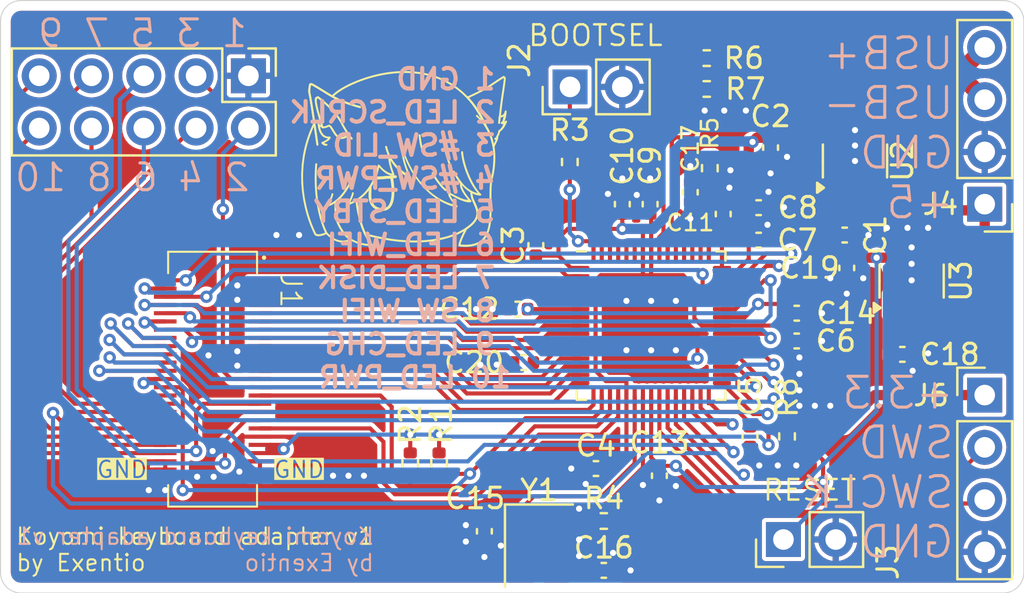
<source format=kicad_pcb>
(kicad_pcb (version 20240108) (generator "pcbnew") (generator_version "8.0")
  (layers (0 "F.Cu" signal) (31 "B.Cu" signal) (34 "B.Paste" user) (35 "F.Paste" user) (36 "B.SilkS" user "B.Silkscreen") (37 "F.SilkS" user "F.Silkscreen") (38 "B.Mask" user) (39 "F.Mask" user) (44 "Edge.Cuts" user))
  (net 0 "")
  (net 1 "GND")
  (net 2 "VBUS")
  (net 3 "+3V3")
  (net 4 "+1V1")
  (net 5 "XIN")
  (net 6 "Net-(C16-Pad1)")
  (net 7 "COL9")
  (net 8 "COL4")
  (net 9 "ROW6")
  (net 10 "COL13")
  (net 11 "COL11")
  (net 12 "ROW1")
  (net 13 "LED_PWR")
  (net 14 "SW_SP1")
  (net 15 "COL3")
  (net 16 "ROW2")
  (net 17 "SW_SP0")
  (net 18 "COL8")
  (net 19 "COL2")
  (net 20 "COL7")
  (net 21 "ROW0")
  (net 22 "SW_WIFI")
  (net 23 "LED_NUM")
  (net 24 "COL1")
  (net 25 "COL5")
  (net 26 "COL0")
  (net 27 "COL12")
  (net 28 "LED_SCRL")
  (net 29 "COL6")
  (net 30 "ROW4")
  (net 31 "LED_DISK")
  (net 32 "ROW7")
  (net 33 "COL14")
  (net 34 "LED_STBY")
  (net 35 "SW_LID")
  (net 36 "PS2_CLK")
  (net 37 "LED_WIFI")
  (net 39 "LED_CHG")
  (net 40 "SW_PWR")
  (net 41 "ROW3")
  (net 42 "ROW5")
  (net 43 "PS2_DAT")
  (net 44 "COL10")
  (net 45 "LED_CAPS")
  (net 46 "Net-(J2-Pin_1)")
  (net 47 "RUN")
  (net 48 "USB_DP")
  (net 49 "SWCLK")
  (net 50 "SWD")
  (net 51 "QSPI_SS")
  (net 52 "XOUT")
  (net 53 "Net-(U1-USB_DP)")
  (net 54 "Net-(U1-USB_DM)")
  (net 56 "USB_DN")
  (net 57 "COL15")
  (net 58 "Net-(U1-VREG_AVDD)")
  (footprint "Capacitor_SMD:C_0402_1005Metric" (layer "F.Cu") (at 53.3 25.2 -90)
    (property "Reference" "C19")
    (property "Value" "1uF" (hide yes))
  )
  (footprint "Capacitor_SMD:C_0402_1005Metric" (layer "F.Cu") (at 42.4 22.1 90)
    (property "Reference" "C10")
    (property "Value" "100nF" (hide yes))
  )
  (footprint "Connector_PinHeader_2.54mm:PinHeader_2x05_P2.54mm_Vertical" (layer "F.Cu") (at 24.24 15.86 -90)
    (property "Reference" "J5" (hide yes))
    (property "Value" "BREAKOUT" (hide yes))
  )
  (footprint "Capacitor_SMD:C_0402_1005Metric" (layer "F.Cu") (at 48.6 33.4 -90)
    (property "Reference" "C5")
    (property "Value" "100nF" (hide yes))
  )
  (footprint "Capacitor_SMD:C_0402_1005Metric" (layer "F.Cu") (at 35.7 38 -90)
    (property "Reference" "C15")
    (property "Value" "15pF" (hide yes))
  )
  (footprint "Package_TO_SOT_SMD:SOT-23-5" (layer "F.Cu") (at 53.7 20 90)
    (property "Reference" "U2")
    (property "Value" "AP2112K-3.3" (hide yes))
  )
  (footprint "Resistor_SMD:R_0402_1005Metric" (layer "F.Cu") (at 39.85 20.05 -90)
    (property "Reference" "R3")
    (property "Value" "4.7K" (hide yes))
  )
  (footprint "rp2350a:MCU_RaspberryPi_RP2350" (layer "F.Cu") (at 43.8 28)
    (property "Reference" "U1" (hide yes))
    (property "Value" "RP2350_60QFN" (hide yes))
  )
  (footprint "Capacitor_SMD:C_0402_1005Metric" (layer "F.Cu") (at 56 29.4)
    (property "Reference" "C18")
    (property "Value" "1uF" (hide yes))
  )
  (footprint "Resistor_SMD:R_0402_1005Metric" (layer "F.Cu") (at 50.4 33.39 90)
    (property "Reference" "R8")
    (property "Value" "4.7K" (hide yes))
  )
  (footprint "Capacitor_SMD:C_0402_1005Metric" (layer "F.Cu") (at 49.02 22.27)
    (property "Reference" "C8")
    (property "Value" "100nF" (hide yes))
  )
  (footprint "Crystal:Crystal_SMD_3225-4Pin_3.2x2.5mm" (layer "F.Cu") (at 38.35 38.7 -90)
    (property "Reference" "Y1")
    (property "Value" "ABM8-272-T3" (hide yes))
  )
  (footprint "Capacitor_SMD:C_0402_1005Metric" (layer "F.Cu") (at 37.32 27.2 180)
    (property "Reference" "C12")
    (property "Value" "100nF" (hide yes))
  )
  (footprint "Capacitor_SMD:C_0402_1005Metric" (layer "F.Cu") (at 38.2 24.1 90)
    (property "Reference" "C3")
    (property "Value" "100nF" (hide yes))
  )
  (footprint "Capacitor_SMD:C_0402_1005Metric" (layer "F.Cu") (at 53.2 23.6)
    (property "Reference" "C1")
    (property "Value" "1uF" (hide yes))
  )
  (footprint "Resistor_SMD:R_0402_1005Metric" (layer "F.Cu") (at 46.5 16.5)
    (property "Reference" "R7")
    (property "Value" "27" (hide yes))
  )
  (footprint "Capacitor_SMD:C_0402_1005Metric" (layer "F.Cu") (at 44.2 35.3 -90)
    (property "Reference" "C13")
    (property "Value" "100nF" (hide yes))
  )
  (footprint "Resistor_SMD:R_0402_1005Metric" (layer "F.Cu") (at 46.65 20.35 90)
    (property "Reference" "R5")
    (property "Value" "10" (hide yes))
  )
  (footprint "Capacitor_SMD:C_0402_1005Metric" (layer "F.Cu") (at 49.6 19.35 -90)
    (property "Reference" "C2")
    (property "Value" "1uF" (hide yes))
  )
  (footprint "Package_TO_SOT_SMD:SOT-23-5" (layer "F.Cu") (at 56.45 25.8375 90)
    (property "Reference" "U3")
    (property "Value" "TLV74311PDBV" (hide yes))
  )
  (footprint "Capacitor_SMD:C_0402_1005Metric" (layer "F.Cu") (at 43.75 22.1 90)
    (property "Reference" "C9")
    (property "Value" "100nF" (hide yes))
  )
  (footprint "Capacitor_SMD:C_0402_1005Metric" (layer "F.Cu") (at 50.87 28.75)
    (property "Reference" "C6")
    (property "Value" "100nF" (hide yes))
  )
  (footprint "Connector_PinHeader_2.54mm:PinHeader_1x02_P2.54mm_Vertical" (layer "F.Cu") (at 50.225 38.4 90)
    (property "Reference" "J3")
    (property "Value" "RUN" (hide yes))
  )
  (footprint "AXK750147G:AXK750147G_VAIO-P" (layer "F.Cu") (at 22.4999 30.6 -90)
    (property "Reference" "J1")
    (property "Value" "AXK750147G_VAIO-P" (hide yes))
  )
  (footprint "Resistor_SMD:R_0402_1005Metric" (layer "F.Cu") (at 46.5 15)
    (property "Reference" "R6")
    (property "Value" "27" (hide yes))
  )
  (footprint "Capacitor_SMD:C_0402_1005Metric" (layer "F.Cu") (at 49.02 23.85)
    (property "Reference" "C7")
    (property "Value" "100nF" (hide yes))
  )
  (footprint "Connector_PinHeader_2.54mm:PinHeader_1x02_P2.54mm_Vertical" (layer "F.Cu") (at 39.86 16.4 90)
    (property "Reference" "J2")
    (property "Value" "BOOTSEL" (hide yes))
  )
  (footprint "Capacitor_SMD:C_0402_1005Metric" (layer "F.Cu") (at 47.3 22.58 90)
    (property "Reference" "C11")
    (property "Value" "100nF" (hide yes))
  )
  (footprint "exentio_art:exentio_blob" (layer "F.Cu") (at 31.8 19.9)
    (property "Reference" "REF**" (hide yes))
    (property "Value" "blob" (hide yes))
  )
  (footprint "Capacitor_SMD:C_0402_1005Metric" (layer "F.Cu") (at 41.12 34.95 180)
    (property "Reference" "C4")
    (property "Value" "100nF" (hide yes))
  )
  (footprint "Resistor_SMD:R_0402_1005Metric" (layer "F.Cu") (at 32.1 34.7 -90)
    (property "Reference" "R2")
    (property "Value" "4.7K" (hide yes))
  )
  (footprint "Capacitor_SMD:C_0402_1005Metric" (layer "F.Cu") (at 37.6 29.8 180)
    (property "Reference" "C20")
    (property "Value" "100nF" (hide yes))
  )
  (footprint "Connector_PinHeader_2.54mm:PinHeader_1x04_P2.54mm_Vertical" (layer "F.Cu") (at 60 31.38)
    (property "Reference" "J6")
    (property "Value" "SWD" (hide yes))
  )
  (footprint "Capacitor_SMD:C_0402_1005Metric" (layer "F.Cu") (at 41.5 39.9)
    (property "Reference" "C16")
    (property "Value" "15pF" (hide yes))
  )
  (footprint "Resistor_SMD:R_0402_1005Metric" (layer "F.Cu") (at 41.5 37.5)
    (property "Reference" "R4")
    (property "Value" "4.7K" (hide yes))
  )
  (footprint "Resistor_SMD:R_0402_1005Metric" (layer "F.Cu") (at 33.5 34.7 90)
    (property "Reference" "R1")
    (property "Value" "4.7K" (hide yes))
  )
  (footprint "Capacitor_SMD:C_0402_1005Metric" (layer "F.Cu") (at 50.87 27.4)
    (property "Reference" "C14")
    (property "Value" "100nF" (hide yes))
  )
  (footprint "Capacitor_SMD:C_0402_1005Metric" (layer "F.Cu") (at 45.7 21.52 -90)
    (property "Reference" "C17")
    (property "Value" "1uF" (hide yes))
  )
  (footprint "Connector_PinHeader_2.54mm:PinHeader_1x04_P2.54mm_Vertical" (layer "F.Cu") (at 60 22.1 180)
    (property "Reference" "J4")
    (property "Value" "USB" (hide yes))
  )
  (gr_line (start 13.2 12.2) (end 60.9 12.2) (stroke (width 0.05)) (layer "Edge.Cuts"))
  (gr_line (start 60.9 41) (end 13.2 41) (stroke (width 0.05)) (layer "Edge.Cuts"))
  (gr_arc (start 60.9 12.2) (mid 61.607107 12.492893) (end 61.9 13.2) (stroke (width 0.05)) (layer "Edge.Cuts"))
  (gr_line (start 12.2 40) (end 12.2 13.2) (stroke (width 0.05)) (layer "Edge.Cuts"))
  (gr_line (start 61.9 13.2) (end 61.9 40) (stroke (width 0.05)) (layer "Edge.Cuts"))
  (gr_arc (start 61.9 40) (mid 61.607107 40.707107) (end 60.9 41) (stroke (width 0.05)) (layer "Edge.Cuts"))
  (gr_arc (start 13.2 41) (mid 12.492893 40.707107) (end 12.2 40) (stroke (width 0.05)) (layer "Edge.Cuts"))
  (gr_arc (start 12.2 13.2) (mid 12.492893 12.492893) (end 13.2 12.2) (stroke (width 0.05)) (layer "Edge.Cuts"))
  (gr_text "1 3 5 7 9" (at 19.1 13.8 0) (layer "B.SilkS") (effects (font (size 1.3 1.3)) (justify mirror)))
  (gr_text "USB+\nUSB-\nGND\n+5" (at 58.6 22.9 0) (layer "B.SilkS") (effects (font (size 1.5 1.5)) (justify left bottom mirror)))
  (gr_text "2 4 6 8 10" (at 18.6 20.8 0) (layer "B.SilkS") (effects (font (size 1.3 1.3)) (justify mirror)))
  (gr_text "Koyomi keyboard adapter v1\nby Exentio" (at 30.4 40 0) (layer "B.SilkS") (effects (font (size 0.8 0.8) (thickness 0.1)) (justify left bottom mirror)))
  (gr_text " 1 GND\n 2 LED_SCRLK\n 3 #SW_LID\n 4 #SW_PWR\n 5 LED_STBY\n 6 LED_WIFI\n 7 LED_DISK\n 8 SW_WIFI\n 9 LED_CHG\n10 LED_PWR" (at 37.1 31.1 0) (layer "B.SilkS") (effects (font (size 1 1) (thickness 0.2) (bold yes)) (justify left bottom mirror)))
  (gr_text "+3.3\nSWD\nSWCLK\nGND" (at 58.6 39.4 0) (layer "B.SilkS") (effects (font (size 1.5 1.5)) (justify left bottom mirror)))
  (gr_text "GND" (at 26.7 35 0) (layer "F.SilkS" knockout) (effects (font (size 0.8 0.8) (thickness 0.1))))
  (gr_text "RESET" (at 51.5 36 0) (layer "F.SilkS") (effects (font (size 1 1) (thickness 0.12))))
  (gr_text "GND" (at 18.1 35 0) (layer "F.SilkS" knockout) (effects (font (size 0.8 0.8) (thickness 0.1))))
  (gr_text "Koyomi keyboard adapter v1\nby Exentio" (at 12.9 40 0) (layer "F.SilkS") (effects (font (size 0.8 0.8) (thickness 0.1)) (justify left bottom)))
  (gr_text "BOOTSEL" (at 41.1 13.9 0) (layer "F.SilkS") (effects (font (size 1 1) (thickness 0.12))))
  (segment (start 39.3 37.1) (end 39.2 37) (width 0.2) (layer "F.Cu") (net 1))
  (via (at 22.55 35.35) (size 0.6) (drill 0.3) (layers "F.Cu" "B.Cu") (net 1))
  (via (at 54.1 25.7) (size 0.6) (drill 0.3) (layers "F.Cu" "B.Cu") (net 1))
  (via (at 44.2 36.5) (size 0.6) (drill 0.3) (layers "F.Cu" "B.Cu") (net 1))
  (via (at 57.25 23.25) (size 0.6) (drill 0.3) (layers "F.Cu" "B.Cu") (net 1))
  (via (at 53.7 18.5) (size 0.6) (drill 0.3) (layers "F.Cu" "B.Cu") (net 1))
  (via (at 22.5 34.1) (size 0.6) (drill 0.3) (layers "F.Cu" "B.Cu") (net 1))
  (via (at 47.6 21.3) (size 0.6) (drill 0.3) (layers "F.Cu" "B.Cu") (net 1))
  (via (at 50.25 22.25) (size 0.6) (drill 0.3) (layers "F.Cu" "B.Cu") (net 1))
  (via (at 52.1 27.4) (size 0.6) (drill 0.3) (layers "F.Cu" "B.Cu") (net 1))
  (via (at 41.7 21.6) (size 0.6) (drill 0.3) (layers "F.Cu" "B.Cu") (net 1))
  (via (at 40.3 36.9) (size 0.6) (drill 0.3) (layers "F.Cu" "B.Cu") (net 1))
  (via (at 43.1 21.65) (size 0.6) (drill 0.3) (layers "F.Cu" "B.Cu") (net 1))
  (via (at 57.25 29.35) (size 0.6) (drill 0.3) (layers "F.Cu" "B.Cu") (net 1))
  (via (at 43.4 35.75) (size 0.6) (drill 0.3) (layers "F.Cu" "B.Cu") (net 1))
  (via (at 20.2 36) (size 0.6) (drill 0.3) (layers "F.Cu" "B.Cu") (net 1))
  (via (at 36.1 27.2) (size 0.6) (drill 0.3) (layers "F.Cu" "B.Cu") (net 1))
  (via (at 47.35 17.55) (size 0.6) (drill 0.3) (layers "F.Cu" "B.Cu") (net 1))
  (via (at 56.45 25.8) (size 0.6) (drill 0.3) (layers "F.Cu" "B.Cu") (net 1))
  (via (at 56.25 23.25) (size 0.6) (drill 0.3) (layers "F.Cu" "B.Cu") (net 1))
  (via (at 55.25 23.25) (size 0.6) (drill 0.3) (layers "F.Cu" "B.Cu") (net 1))
  (via (at 29.85 35.3) (size 0.6) (drill 0.3) (layers "F.Cu" "B.Cu") (net 1))
  (via (at 53.7 20) (size 0.6) (drill 0.3) (layers "F.Cu" "B.Cu") (net 1))
  (via (at 28.35 35.3) (size 0.6) (drill 0.3) (layers "F.Cu" "B.Cu") (net 1))
  (via (at 23.7 29.95) (size 0.6) (drill 0.3) (layers "F.Cu" "B.Cu") (net 1))
  (via (at 23.7 29.25) (size 0.6) (drill 0.3) (layers "F.Cu" "B.Cu") (net 1))
  (via (at 56.45 25) (size 0.6) (drill 0.3) (layers "F.Cu" "B.Cu") (net 1))
  (via (at 34.8 37.7) (size 0.6) (drill 0.3) (layers "F.Cu" "B.Cu") (net 1))
  (via (at 23.7 26.05) (size 0.6) (drill 0.3) (layers "F.Cu" "B.Cu") (net 1))
  (via (at 53.3 26.45) (size 0.6) (drill 0.3) (layers "F.Cu" "B.Cu") (net 1))
  (via (at 49.45 23.1) (size 0.6) (drill 0.3) (layers "F.Cu" "B.Cu") (net 1))
  (via (at 29.1 35.3) (size 0.6) (drill 0.3) (layers "F.Cu" "B.Cu") (net 1))
  (via (at 49.6 20.6) (size 0.6) (drill 0.3) (layers "F.Cu" "B.Cu") (net 1))
  (via (at 46.4 17.55) (size 0.6) (drill 0.3) (layers "F.Cu" "B.Cu") (net 1))
  (via (at 53.7 19.25) (size 0.6) (drill 0.3) (layers "F.Cu" "B.Cu") (net 1))
  (via (at 39.92 34.95) (size 0.6) (drill 0.3) (layers "F.Cu" "B.Cu") (net 1))
  (via (at 22.3 29.45) (size 0.6) (drill 0.3) (layers "F.Cu" "B.Cu") (net 1))
  (via (at 47.65 20.45) (size 0.6) (drill 0.3) (layers "F.Cu" "B.Cu") (net 1))
  (via (at 45.7 20.25) (size 0.6) (drill 0.3) (layers "F.Cu" "B.Cu") (net 1))
  (via (at 52.1 28.75) (size 0.6) (drill 0.3) (layers "F.Cu" "B.Cu") (net 1))
  (via (at 36.5 38.7) (size 0.6) (drill 0.3) (layers "F.Cu" "B.Cu") (net 1))
  (via (at 25.6 23.6) (size 0.6) (drill 0.3) (layers "F.Cu" "B.Cu") (net 1))
  (via (at 35.3 27.2) (size 0.6) (drill 0.3) (layers "F.Cu" "B.Cu") (net 1))
  (via (at 23.7 26.75) (size 0.6) (drill 0.3) (layers "F.Cu" "B.Cu") (net 1))
  (via (at 43.75 20.85) (size 0.6) (drill 0.3) (layers "F.Cu" "B.Cu") (net 1))
  (via (at 52.5 31.9) (size 0.6) (drill 0.3) (layers "F.Cu" "B.Cu") (net 1))
  (via (at 51.75 31.9) (size 0.6) (drill 0.3) (layers "F.Cu" "B.Cu") (net 1))
  (via (at 54.35 23.6) (size 0.6) (drill 0.3) (layers "F.Cu" "B.Cu") (net 1))
  (via (at 19.4 36) (size 0.6) (drill 0.3) (layers "F.Cu" "B.Cu") (net 1))
  (via (at 52.5 25.7) (size 0.6) (drill 0.3) (layers "F.Cu" "B.Cu") (net 1))
  (via (at 51 29.55) (size 0.6) (drill 0.3) (layers "F.Cu" "B.Cu") (net 1))
  (via (at 49.95 34.8) (size 0.6) (drill 0.3) (layers "F.Cu" "B.Cu") (net 1))
  (via (at 36.3 29.9) (size 0.6) (drill 0.3) (layers "F.Cu" "B.Cu") (net 1))
  (via (at 56.5 30.2) (size 0.6) (drill 0.3) (layers "F.Cu" "B.Cu") (net 1))
  (via (at 21.75 35.35) (size 0.6) (drill 0.3) (layers "F.Cu" "B.Cu") (net 1))
  (via (at 48.4 17.55) (size 0.6) (drill 0.3) (layers "F.Cu" "B.Cu") (net 1))
  (via (at 23.8 35.1) (size 0.6) (drill 0.3) (layers "F.Cu" "B.Cu") (net 1))
  (via (at 40.62 35.7) (size 0.6) (drill 0.3) (layers "F.Cu" "B.Cu") (net 1))
  (via (at 40.3 38.4) (size 0.6) (drill 0.3) (layers "F.Cu" "B.Cu") (net 1))
  (via (at 35.7 39.25) (size 0.6) (drill 0.3) (layers "F.Cu" "B.Cu") (net 1))
  (via (at 41.95 39.05) (size 0.6) (drill 0.3) (layers "F.Cu" "B.Cu") (net 1))
  (via (at 51 30.35) (size 0.6) (drill 0.3) (layers "F.Cu" "B.Cu") (net 1))
  (via (at 51 31.15) (size 0.6) (drill 0.3) (layers "F.Cu" "B.Cu") (net 1))
  (via (at 42.8 39.9) (size 0.6) (drill 0.3) (layers "F.Cu" "B.Cu") (net 1))
  (via (at 51 31.9) (size 0.6) (drill 0.3) (layers "F.Cu" "B.Cu") (net 1))
  (via (at 56.45 24.2) (size 0.6) (drill 0.3) (layers "F.Cu" "B.Cu") (net 1))
  (via (at 49.5 21.5) (size 0.6) (drill 0.3) (layers "F.Cu" "B.Cu") (net 1))
  (via (at 35.5 29.9) (size 0.6) (drill 0.3) (layers "F.Cu" "B.Cu") (net 1))
  (via (at 26.7 23.6) (size 0.6) (drill 0.3) (layers "F.Cu" "B.Cu") (net 1))
  (via (at 50.85 34.8) (size 0.6) (drill 0.3) (layers "F.Cu" "B.Cu") (net 1))
  (via (at 45.7 22.8) (size 0.6) (drill 0.3) (layers "F.Cu" "B.Cu") (net 1))
  (via (at 50.4 19.8) (size 0.6) (drill 0.3) (layers "F.Cu" "B.Cu") (net 1))
  (via (at 49.05 34.8) (size 0.6) (drill 0.3) (layers "F.Cu" "B.Cu") (net 1))
  (via (at 40.3 39.2) (size 0.6) (drill 0.3) (layers "F.Cu" "B.Cu") (net 1))
  (via (at 34.8 38.5) (size 0.6) (drill 0.3) (layers "F.Cu" "B.Cu") (net 1))
  (via (at 42.4 20.85) (size 0.6) (drill 0.3) (layers "F.Cu" "B.Cu") (net 1))
  (via (at 45 35.8) (size 0.6) (drill 0.3) (layers "F.Cu" "B.Cu") (net 1))
  (segment (start 55.5 29.38) (end 55.52 29.4) (width 0.5) (layer "F.Cu") (net 2))
  (segment (start 52.72 22.4) (end 52.72 21.1675) (width 0.5) (layer "F.Cu") (net 2))
  (segment (start 54.1 22.4) (end 52.72 22.4) (width 0.5) (layer "F.Cu") (net 2))
  (segment (start 54.1 22.4) (end 59.78 22.4) (width 0.5) (layer "F.Cu") (net 2))
  (segment (start 57.7 28.2) (end 59.7 28.2) (width 0.5) (layer "F.Cu") (net 2))
  (segment (start 52.72 23.6) (end 52.72 22.4) (width 0.5) (layer "F.Cu") (net 2))
  (segment (start 60 27.9) (end 60 22.1) (width 0.5) (layer "F.Cu") (net 2))
  (segment (start 59.78 22.4) (end 60 22.18) (width 0.5) (layer "F.Cu") (net 2))
  (segment (start 54.65 21.1375) (end 54.65 22.4) (width 0.5) (layer "F.Cu") (net 2))
  (segment (start 55.5 28.2) (end 55.5 29.38) (width 0.5) (layer "F.Cu") (net 2))
  (segment (start 55.5 28.2) (end 57.7 28.2) (width 0.5) (layer "F.Cu") (net 2))
  (segment (start 57.4 28.1) (end 57.4 26.975) (width 0.5) (layer "F.Cu") (net 2))
  (segment (start 54.4 22.4) (end 54.1 22.4) (width 0.5) (layer "F.Cu") (net 2))
  (segment (start 59.7 28.2) (end 60 27.9) (width 0.5) (layer "F.Cu") (net 2))
  (segment (start 55.5 26.975) (end 55.5 28.2) (width 0.5) (layer "F.Cu") (net 2))
  (segment (start 48.05 32.2) (end 48.6 32.75) (width 0.2) (layer "F.Cu") (net 3))
  (segment (start 41.1 25.8) (end 41.35 25.55) (width 0.2) (layer "F.Cu") (net 3))
  (segment (start 45.9 27.65) (end 46.25 28) (width 0.2) (layer "F.Cu") (net 3))
  (segment (start 38.22 24.6) (end 38.2 24.58) (width 0.2) (layer "F.Cu") (net 3))
  (segment (start 41.7 35.05) (end 41.6 34.95) (width 0.2) (layer "F.Cu") (net 3))
  (segment (start 48.54 19.85) (end 48.54 20.7) (width 0.2) (layer "F.Cu") (net 3))
  (segment (start 52.75 18.8625) (end 49.6075 18.8625) (width 0.5) (layer "F.Cu") (net 3))
  (segment (start 48.93 18.87) (end 48.54 19.26) (width 0.5) (layer "F.Cu") (net 3))
  (segment (start 46.66 19.85) (end 48.54 19.85) (width 0.2) (layer "F.Cu") (net 3))
  (segment (start 47.2375 25.2) (end 47.2375 23.2225) (width 0.2) (layer "F.Cu") (net 3))
  (segment (start 42.4 23.3) (end 43.8 23.3) (width 0.2) (layer "F.Cu") (net 3))
  (segment (start 41.6 30.7) (end 41.1 30.2) (width 0.2) (layer "F.Cu") (net 3))
  (segment (start 47.2375 23.2225) (end 47.4 23.06) (width 0.2) (layer "F.Cu") (net 3))
  (segment (start 47.7 25.6) (end 48.54 24.76) (width 0.2) (layer "F.Cu") (net 3))
  (segment (start 38.6 29.8) (end 38.08 29.8) (width 0.2) (layer "F.Cu") (net 3))
  (segment (start 49.6 18.87) (end 48.93 18.87) (width 0.5) (layer "F.Cu") (net 3))
  (segment (start 42.4 23.3) (end 39.75 23.3) (width 0.2) (layer "F.Cu") (net 3))
  (segment (start 39.3 23.75) (end 39.3 24.6) (width 0.2) (layer "F.Cu") (net 3))
  (segment (start 42.05 35.05) (end 41.7 35.05) (width 0.2) (layer "F.Cu") (net 3))
  (segment (start 43.8 24.5625) (end 43.8 23.8) (width 0.2) (layer "F.Cu") (net 3))
  (segment (start 41.1 29.3) (end 41.1 25.8) (width 0.2) (layer "F.Cu") (net 3))
  (segment (start 50.39 28.24) (end 50.39 28.75) (width 0.2) (layer "F.Cu") (net 3))
  (segment (start 39.9 25.2) (end 39.3 24.6) (width 0.2) (layer "F.Cu") (net 3))
  (segment (start 49.5 33) (end 50.4 33) (width 0.2) (layer "F.Cu") (net 3))
  (segment (start 42.6 31.4375) (end 42.6 34.5) (width 0.2) (layer "F.Cu") (net 3))
  (segment (start 47.1 32.2) (end 48.05 32.2) (width 0.2) (layer "F.Cu") (net 3))
  (segment (start 42.4 22.58) (end 42.4 23.3) (width 0.2) (layer "F.Cu") (net 3))
  (segment (start 48.54 19.26) (end 48.54 20.7) (width 0.5) (layer "F.Cu") (net 3))
  (segment (start 39.2 29.2) (end 38.6 29.8) (width 0.2) (layer "F.Cu") (net 3))
  (segment (start 46.6 31.7) (end 47.1 32.2) (width 0.2) (layer "F.Cu") (net 3))
  (segment (start 48.6 32.75) (end 48.6 32.92) (width 0.2) (layer "F.Cu") (net 3))
  (segment (start 43.8 25.55) (end 43.8 24.5625) (width 0.2) (layer "F.Cu") (net 3))
  (segment (start 48.46 21.88) (end 48.54 21.8) (width 0.2) (layer "F.Cu") (net 3))
  (segment (start 48.46 33) (end 49.5 33) (width 0.2) (layer "F.Cu") (net 3))
  (segment (start 45.35 25.55) (end 45.9 26.1) (width 0.2) (layer "F.Cu") (net 3))
  (segment (start 47.4 23.06) (end 48.5 23.06) (width 0.2) (layer "F.Cu") (net 3))
  (segment (start 60 31.38) (end 54.67 31.38) (width 0.5) (layer "F.Cu") (net 3))
  (segment (start 40.3625 25.2) (end 39.9 25.2) (width 0.2) (layer "F.Cu") (net 3))
  (segment (start 42.6 30.7) (end 41.6 30.7) (width 0.2) (layer "F.Cu") (net 3))
  (segment (start 50.34 28.8) (end 50.39 28.75) (width 0.2) (layer "F.Cu") (net 3))
  (segment (start 48.54 21.8) (end 48.54 22.27) (width 0.5) (layer "F.Cu") (net 3))
  (segment (start 49.6075 18.8625) (end 49.6 18.87) (width 0.5) (layer "F.Cu") (net 3))
  (segment (start 41.1 30.2) (end 41.1 29.3) (width 0.2) (layer "F.Cu") (net 3))
  (segment (start 40.3625 29.2) (end 39.2 29.2) (width 0.2) (layer "F.Cu") (net 3))
  (segment (start 43.8 23.3) (end 43.8 23.8) (width 0.2) (layer "F.Cu") (net 3))
  (segment (start 41.1 29.3) (end 41 29.2) (width 0.2) (layer "F.Cu") (net 3))
  (segment (start 39.75 23.3) (end 39.3 23.75) (width 0.2) (layer "F.Cu") (net 3))
  (segment (start 45.9 26.1) (end 45.9 27.65) (width 0.2) (layer "F.Cu") (net 3))
  (segment (start 41 29.2) (end 40.3625 29.2) (width 0.2) (layer "F.Cu") (net 3))
  (segment (start 41.35 25.55) (end 43.8 25.55) (width 0.2) (layer "F.Cu") (net 3))
  (segment (start 50.39 28.75) (end 50.39 32.69) (width 0.2) (layer "F.Cu") (net 3))
  (segment (start 39.3 24.6) (end 38.22 24.6) (width 0.2) (layer "F.Cu") (net 3))
  (segment (start 48.5 23.06) (end 48.54 23.1) (width 0.2) (layer "F.Cu") (net 3))
  (segment (start 48.54 23.1) (end 48.54 22.27) (width 0.2) (layer "F.Cu") (net 3))
  (segment (start 47.2375 28) (end 50.15 28) (width 0.2) (layer "F.Cu") (net 3))
  (segment (start 42.6 31.4375) (end 42.6 30.7) (width 0.2) (layer "F.Cu") (net 3))
  (segment (start 43.8 25.55) (end 45.35 25.55) (width 0.2) (layer "F.Cu") (net 3))
  (segment (start 25.95 34) (end 25.35 34) (width 0.6) (layer "F.Cu") (net 3))
  (segment (start 50.15 28) (end 50.39 28.24) (width 0.2) (layer "F.Cu") (net 3))
  (segment (start 54.67 31.38) (end 53.17 32.88) (width 0.5) (layer "F.Cu") (net 3))
  (segment (start 33.5 34.19) (end 33.5 33.3) (width 0.2) (layer "F.Cu") (net 3))
  (segment (start 43.8 22.58) (end 43.8 23.3) (width 0.2) (layer "F.Cu") (net 3))
  (segment (start 48.54 24.76) (end 48.54 23.1) (width 0.2) (layer "F.Cu") (net 3))
  (segment (start 42.6 34.5) (end 42.05 35.05) (width 0.2) (layer "F.Cu") (net 3))
  (segment (start 43.4 25.5) (end 43.4 24.5625) (width 0.2) (layer "F.Cu") (net 3))
  (segment (start 48.54 20.7) (end 48.54 21.8) (width 0.5) (layer "F.Cu") (net 3))
  (segment (start 53.17 32.88) (end 50.4 32.88) (width 0.5) (layer "F.Cu") (net 3))
  (segment (start 49.5 33.8) (end 49.5 33) (width 0.2) (layer "F.Cu") (net 3))
  (segment (start 47.2375 25.6) (end 47.7 25.6) (width 0.2) (layer "F.Cu") (net 3))
  (segment (start 32.1 33.3) (end 32.1 34.19) (width 0.2) (layer "F.Cu") (net 3))
  (segment (start 46.65 19.84) (end 46.66 19.85) (width 0.2) (layer "F.Cu") (net 3))
  (segment (start 43.4 24.5625) (end 43.4 23.3) (width 0.2) (layer "F.Cu") (net 3))
  (segment (start 46.25 28) (end 47.2375 28) (width 0.2) (layer "F.Cu") (net 3))
  (via (at 48.725 19.075) (size 0.6) (drill 0.3) (layers "F.Cu" "B.Cu") (net 3))
  (via (at 25.95 34) (size 0.6) (drill 0.3) (layers "F.Cu" "B.Cu") (net 3))
  (via (at 42.4 23.3) (size 0.6) (drill 0.3) (layers "F.Cu" "B.Cu") (net 3))
  (via (at 49.5 33.8) (size 0.6) (drill 0.3) (layers "F.Cu" "B.Cu") (net 3))
  (via (at 33.5 33.3) (size 0.6) (drill 0.3) (layers "F.Cu" "B.Cu") (net 3))
  (via (at 32.1 33.3) (size 0.6) (drill 0.3) (layers "F.Cu" "B.Cu") (net 3))
  (segment (start 49.1 33.4) (end 33.6 33.4) (width 0.2) (layer "B.Cu") (net 3))
  (segment (start 49.5 33.8) (end 49.1 33.4) (width 0.2) (layer "B.Cu") (net 3))
  (segment (start 32.1 33.3) (end 26.65 33.3) (width 0.2) (layer "B.Cu") (net 3))
  (segment (start 33.6 33.4) (end 33.5 33.3) (width 0.2) (layer "B.Cu") (net 3))
  (segment (start 33.5 33.3) (end 32.1 33.3) (width 0.2) (layer "B.Cu") (net 3))
  (segment (start 44.95 19.5) (end 44.95 22.25) (width 0.5) (layer "B.Cu") (net 3))
  (segment (start 43.9 23.3) (end 42.4 23.3) (width 0.5) (layer "B.Cu") (net 3))
  (segment (start 48.7 19.05) (end 45.4 19.05) (width 0.5) (layer "B.Cu") (net 3))
  (segment (start 45.4 19.05) (end 44.95 19.5) (width 0.5) (layer "B.Cu") (net 3))
  (segment (start 44.95 22.25) (end 43.9 23.3) (width 0.5) (layer "B.Cu") (net 3))
  (segment (start 48.725 19.075) (end 48.7 19.05) (width 0.5) (layer "B.Cu") (net 3))
  (segment (start 26.65 33.3) (end 25.95 34) (width 0.2) (layer "B.Cu") (net 3))
  (segment (start 43.8 34.42) (end 44.2 34.82) (width 0.2) (layer "F.Cu") (net 4))
  (segment (start 49 26.95) (end 48.35 27.6) (width 0.2) (layer "F.Cu") (net 4))
  (segment (start 37.8 27.2) (end 40.3625 27.2) (width 0.2) (layer "F.Cu") (net 4))
  (segment (start 49 26.95) (end 50.39 26.95) (width 0.2) (layer "F.Cu") (net 4))
  (segment (start 48.35 27.6) (end 47.2375 27.6) (width 0.2) (layer "F.Cu") (net 4))
  (segment (start 50.39 27.35) (end 50.39 26.4) (width 0.5) (layer "F.Cu") (net 4))
  (segment (start 43.8 31.4375) (end 43.8 34.42) (width 0.2) (layer "F.Cu") (net 4))
  (segment (start 45 34.82) (end 44.2 34.82) (width 0.2) (layer "F.Cu") (net 4))
  (segment (start 50.39 26.95) (end 50.39 27.35) (width 0.2) (layer "F.Cu") (net 4))
  (segment (start 50.39 26.4) (end 52.09 24.7) (width 0.5) (layer "F.Cu") (net 4))
  (segment (start 52.09 24.7) (end 55.5 24.7) (width 0.5) (layer "F.Cu") (net 4))
  (via (at 54.75 24.7) (size 0.6) (drill 0.3) (layers "F.Cu" "B.Cu") (net 4))
  (via (at 37.8 27.2) (size 0.6) (drill 0.3) (layers "F.Cu" "B.Cu") (net 4))
  (via (at 45 34.82) (size 0.6) (drill 0.3) (layers "F.Cu" "B.Cu") (net 4))
  (via (at 49 26.95) (size 0.6) (drill 0.3) (layers "F.Cu" "B.Cu") (net 4))
  (segment (start 54.75 24.7) (end 54.75 32.15) (width 0.2) (layer "B.Cu") (net 4))
  (segment (start 48.55 27.4) (end 38 27.4) (width 0.2) (layer "B.Cu") (net 4))
  (segment (start 49 26.95) (end 48.55 27.4) (width 0.2) (layer "B.Cu") (net 4))
  (segment (start 46.03 35.85) (end 45 34.82) (width 0.2) (layer "B.Cu") (net 4))
  (segment (start 38 27.4) (end 37.8 27.2) (width 0.2) (layer "B.Cu") (net 4))
  (segment (start 51.05 35.85) (end 46.03 35.85) (width 0.2) (layer "B.Cu") (net 4))
  (segment (start 54.75 32.15) (end 51.05 35.85) (width 0.2) (layer "B.Cu") (net 4))
  (segment (start 35.7 37.4) (end 37.3 37.4) (width 0.2) (layer "F.Cu") (net 5))
  (segment (start 43 31.4375) (end 43 34.7) (width 0.2) (layer "F.Cu") (net 5))
  (segment (start 37.5 36.9) (end 37.5 37.6) (width 0.2) (layer "F.Cu") (net 5))
  (segment (start 43 34.7) (end 41.4 36.3) (width 0.2) (layer "F.Cu") (net 5))
  (segment (start 41.4 36.3) (end 38.1 36.3) (width 0.2) (layer "F.Cu") (net 5))
  (segment (start 38.1 36.3) (end 37.5 36.9) (width 0.2) (layer "F.Cu") (net 5))
  (segment (start 40.99 37.5) (end 40.99 39.87) (width 0.2) (layer "F.Cu") (net 6))
  (segment (start 41.02 39.9) (end 39.3 39.9) (width 0.2) (layer "F.Cu") (net 6))
  (segment (start 32.8 30.2) (end 32.7998 30.1998) (width 0.2) (layer "F.Cu") (net 7))
  (segment (start 40 30.8) (end 39.1 31.7) (width 0.2) (layer "F.Cu") (net 7))
  (segment (start 39.1 31.7) (end 34.65 31.7) (width 0.2) (layer "F.Cu") (net 7))
  (segment (start 34.65 31.7) (end 33.15 30.2) (width 0.2) (layer "F.Cu") (net 7))
  (segment (start 33.15 30.2) (end 32.8 30.2) (width 0.2) (layer "F.Cu") (net 7))
  (segment (start 32.7998 30.1998) (end 24.8 30.1998) (width 0.2) (layer "F.Cu") (net 7))
  (segment (start 40.3625 30.8) (end 40 30.8) (width 0.2) (layer "F.Cu") (net 7))
  (segment (start 47.95 30) (end 47.2375 30) (width 0.2) (layer "F.Cu") (net 8))
  (segment (start 17.55 27.9) (end 18.6502 29.0002) (width 0.2) (layer "F.Cu") (net 8))
  (segment (start 48.9 30.95) (end 47.95 30) (width 0.2) (layer "F.Cu") (net 8))
  (segment (start 18.6502 29.0002) (end 20.1998 29.0002) (width 0.2) (layer "F.Cu") (net 8))
  (via (at 17.55 27.9) (size 0.6) (drill 0.3) (layers "F.Cu" "B.Cu") (net 8))
  (via (at 48.9 30.95) (size 0.6) (drill 0.3) (layers "F.Cu" "B.Cu") (net 8))
  (segment (start 18.65 29) (end 17.55 27.9) (width 0.2) (layer "B.Cu") (net 8))
  (segment (start 48.85 31) (end 22.25 31) (width 0.2) (layer "B.Cu") (net 8))
  (segment (start 48.9 30.95) (end 48.85 31) (width 0.2) (layer "B.Cu") (net 8))
  (segment (start 22.25 31) (end 20.25 29) (width 0.2) (layer "B.Cu") (net 8))
  (segment (start 20.25 29) (end 18.65 29) (width 0.2) (layer "B.Cu") (net 8))
  (segment (start 19.2002 27.0002) (end 19.2 27) (width 0.2) (layer "F.Cu") (net 9))
  (segment (start 49.6 25.8) (end 49.3 25.8) (width 0.2) (layer "F.Cu") (net 9))
  (segment (start 47.9 27.2) (end 47.2375 27.2) (width 0.2) (layer "F.Cu") (net 9))
  (segment (start 20.1998 27.0002) (end 19.2002 27.0002) (width 0.2) (layer "F.Cu") (net 9))
  (segment (start 49.3 25.8) (end 47.9 27.2) (width 0.2) (layer "F.Cu") (net 9))
  (via (at 19.2 27) (size 0.6) (drill 0.3) (layers "F.Cu" "B.Cu") (net 9))
  (via (at 49.6 25.8) (size 0.6) (drill 0.3) (layers "F.Cu" "B.Cu") (net 9))
  (segment (start 49.6 27.5) (end 49.3 27.8) (width 0.2) (layer "B.Cu") (net 9))
  (segment (start 21.7 27) (end 19.2 27) (width 0.2) (layer "B.Cu") (net 9))
  (segment (start 22.1 27.4) (end 21.7 27) (width 0.2) (layer "B.Cu") (net 9))
  (segment (start 34.65 27.4) (end 22.1 27.4) (width 0.2) (layer "B.Cu") (net 9))
  (segment (start 35.05 27.8) (end 34.65 27.4) (width 0.2) (layer "B.Cu") (net 9))
  (segment (start 49.6 25.8) (end 49.6 27.5) (width 0.2) (layer "B.Cu") (net 9))
  (segment (start 49.3 27.8) (end 35.05 27.8) (width 0.2) (layer "B.Cu") (net 9))
  (segment (start 39.5 26) (end 40.3625 26) (width 0.2) (layer "F.Cu") (net 10))
  (segment (start 34.2499 26.2001) (end 34.75 25.7) (width 0.2) (layer "F.Cu") (net 10))
  (segment (start 24.8 26.2001) (end 34.2499 26.2001) (width 0.2) (layer "F.Cu") (net 10))
  (segment (start 34.75 25.7) (end 39.2 25.7) (width 0.2) (layer "F.Cu") (net 10))
  (segment (start 39.2 25.7) (end 39.5 26) (width 0.2) (layer "F.Cu") (net 10))
  (segment (start 33.35 29.8) (end 34.85 31.3) (width 0.2) (layer "F.Cu") (net 11))
  (segment (start 34.85 31.3) (end 38.9 31.3) (width 0.2) (layer "F.Cu") (net 11))
  (segment (start 39.8 30.4) (end 40.3625 30.4) (width 0.2) (layer "F.Cu") (net 11))
  (segment (start 24.8 29.8) (end 33.35 29.8) (width 0.2) (layer "F.Cu") (net 11))
  (segment (start 38.9 31.3) (end 39.8 30.4) (width 0.2) (layer "F.Cu") (net 11))
  (segment (start 19.1001 28.6001) (end 20.1998 28.6001) (width 0.2) (layer "F.Cu") (net 12))
  (segment (start 49.75 30.75) (end 49.6 30.75) (width 0.2) (layer "F.Cu") (net 12))
  (segment (start 49.2 30.35) (end 48.865686 30.35) (width 0.2) (layer "F.Cu") (net 12))
  (segment (start 49.6 30.75) (end 49.2 30.35) (width 0.2) (layer "F.Cu") (net 12))
  (segment (start 48.115686 29.6) (end 47.2375 29.6) (width 0.2) (layer "F.Cu") (net 12))
  (segment (start 48.865686 30.35) (end 48.115686 29.6) (width 0.2) (layer "F.Cu") (net 12))
  (segment (start 18.4 27.9) (end 19.1001 28.6001) (width 0.2) (layer "F.Cu") (net 12))
  (via (at 49.75 30.75) (size 0.6) (drill 0.3) (layers "F.Cu" "B.Cu") (net 12))
  (via (at 18.4 27.9) (size 0.6) (drill 0.3) (layers "F.Cu" "B.Cu") (net 12))
  (segment (start 49.75 30.75) (end 49.35 30.35) (width 0.2) (layer "B.Cu") (net 12))
  (segment (start 48.45 30.35) (end 48.2 30.6) (width 0.2) (layer "B.Cu") (net 12))
  (segment (start 49.35 30.35) (end 48.45 30.35) (width 0.2) (layer "B.Cu") (net 12))
  (segment (start 48.2 30.6) (end 22.451471 30.6) (width 0.2) (layer "B.Cu") (net 12))
  (segment (start 19.1 28.6) (end 18.4 27.9) (width 0.2) (layer "B.Cu") (net 12))
  (segment (start 22.451471 30.6) (end 20.451471 28.6) (width 0.2) (layer "B.Cu") (net 12))
  (segment (start 20.451471 28.6) (end 19.1 28.6) (width 0.2) (layer "B.Cu") (net 12))
  (segment (start 20.1996 33.8) (end 20.1998 33.8002) (width 0.2) (layer "F.Cu") (net 13))
  (segment (start 14.08 18.4) (end 13.3 19.18) (width 0.2) (layer "F.Cu") (net 13))
  (segment (start 13.3 19.18) (end 13.3 32.9) (width 0.2) (layer "F.Cu") (net 13))
  (segment (start 14.2 33.8) (end 20.1996 33.8) (width 0.2) (layer "F.Cu") (net 13))
  (segment (start 13.3 32.9) (end 14.2 33.8) (width 0.2) (layer "F.Cu") (net 13))
  (segment (start 38.35 33.3) (end 35.45 36.2) (width 0.2) (layer "F.Cu") (net 14))
  (segment (start 31.35 36.2) (end 30.8 35.65) (width 0.2) (layer "F.Cu") (net 14))
  (segment (start 42.2 32.45) (end 41.35 33.3) (width 0.2) (layer "F.Cu") (net 14))
  (segment (start 35.45 36.2) (end 31.35 36.2) (width 0.2) (layer "F.Cu") (net 14))
  (segment (start 42.2 31.4375) (end 42.2 32.45) (width 0.2) (layer "F.Cu") (net 14))
  (segment (start 30.8 33.65) (end 30.1501 33.0001) (width 0.2) (layer "F.Cu") (net 14))
  (segment (start 30.1501 33.0001) (end 24.8 33.0001) (width 0.2) (layer "F.Cu") (net 14))
  (segment (start 30.8 35.65) (end 30.8 33.65) (width 0.2) (layer "F.Cu") (net 14))
  (segment (start 41.35 33.3) (end 38.35 33.3) (width 0.2) (layer "F.Cu") (net 14))
  (segment (start 38.5 30.5) (end 35.25 30.5) (width 0.2) (layer "F.Cu") (net 15))
  (segment (start 40.3625 29.6) (end 39.4 29.6) (width 0.2) (layer "F.Cu") (net 15))
  (segment (start 33.75 29) (end 24.8001 29) (width 0.2) (layer "F.Cu") (net 15))
  (segment (start 24.8001 29) (end 24.8 28.9999) (width 0.2) (layer "F.Cu") (net 15))
  (segment (start 35.25 30.5) (end 33.75 29) (width 0.2) (layer "F.Cu") (net 15))
  (segment (start 39.4 29.6) (end 38.5 30.5) (width 0.2) (layer "F.Cu") (net 15))
  (segment (start 38.3 28.3) (end 34.85 28.3) (width 0.2) (layer "F.Cu") (net 16))
  (segment (start 34.35 27.8) (end 24.8 27.8) (width 0.2) (layer "F.Cu") (net 16))
  (segment (start 34.85 28.3) (end 34.35 27.8) (width 0.2) (layer "F.Cu") (net 16))
  (segment (start 38.6 28) (end 38.3 28.3) (width 0.2) (layer "F.Cu") (net 16))
  (segment (start 40.3625 28) (end 38.6 28) (width 0.2) (layer "F.Cu") (net 16))
  (segment (start 48.05 35.25) (end 45.4 32.6) (width 0.2) (layer "F.Cu") (net 17))
  (segment (start 15.1001 32.6001) (end 14.75 32.25) (width 0.2) (layer "F.Cu") (net 17))
  (segment (start 48.3 35.25) (end 48.05 35.25) (width 0.2) (layer "F.Cu") (net 17))
  (segment (start 20.1998 32.6001) (end 15.1001 32.6001) (width 0.2) (layer "F.Cu") (net 17))
  (segment (start 45.4 32.6) (end 45.4 31.4375) (width 0.2) (layer "F.Cu") (net 17))
  (via (at 48.3 35.25) (size 0.6) (drill 0.3) (layers "F.Cu" "B.Cu") (net 17))
  (via (at 14.75 32.25) (size 0.6) (drill 0.3) (layers "F.Cu" "B.Cu") (net 17))
  (segment (start 48.05 35.25) (end 47 34.2) (width 0.2) (layer "B.Cu") (net 17))
  (segment (start 15.6 36.65) (end 14.75 35.8) (width 0.2) (layer "B.Cu") (net 17))
  (segment (start 43.6 34.2) (end 41.5 36.3) (width 0.2) (layer "B.Cu") (net 17))
  (segment (start 41.5 36.3) (end 35.4 36.3) (width 0.2) (layer "B.Cu") (net 17))
  (segment (start 35.05 36.65) (end 15.6 36.65) (width 0.2) (layer "B.Cu") (net 17))
  (segment (start 48.3 35.25) (end 48.05 35.25) (width 0.2) (layer "B.Cu") (net 17))
  (segment (start 35.4 36.3) (end 35.05 36.65) (width 0.2) (layer "B.Cu") (net 17))
  (segment (start 47 34.2) (end 43.6 34.2) (width 0.2) (layer "B.Cu") (net 17))
  (segment (start 14.75 35.8) (end 14.75 32.25) (width 0.2) (layer "B.Cu") (net 17))
  (segment (start 49.4 25.1) (end 48.1 26.4) (width 0.2) (layer "F.Cu") (net 18))
  (segment (start 20.1998 26.2001) (end 19.2001 26.2001) (width 0.2) (layer "F.Cu") (net 18))
  (segment (start 19.2001 26.2001) (end 19.2 26.2) (width 0.2) (layer "F.Cu") (net 18))
  (segment (start 48.1 26.4) (end 47.2375 26.4) (width 0.2) (layer "F.Cu") (net 18))
  (segment (start 50 25.1) (end 49.4 25.1) (width 0.2) (layer "F.Cu") (net 18))
  (via (at 50 25.1) (size 0.6) (drill 0.3) (layers "F.Cu" "B.Cu") (net 18))
  (via (at 19.2 26.2) (size 0.6) (drill 0.3) (layers "F.Cu" "B.Cu") (net 18))
  (segment (start 21.5 26.4) (end 19.4 26.4) (width 0.2) (layer "B.Cu") (net 18))
  (segment (start 50 25.1) (end 49.8 24.9) (width 0.2) (layer "B.Cu") (net 18))
  (segment (start 23 24.9) (end 21.5 26.4) (width 0.2) (layer "B.Cu") (net 18))
  (segment (start 19.4 26.4) (end 19.2 26.2) (width 0.2) (layer "B.Cu") (net 18))
  (segment (start 49.8 24.9) (end 23 24.9) (width 0.2) (layer "B.Cu") (net 18))
  (segment (start 24.8002 28.6) (end 33.95 28.6) (width 0.2) (layer "F.Cu") (net 19))
  (segment (start 38.7 29.1) (end 39 28.8) (width 0.2) (layer "F.Cu") (net 19))
  (segment (start 24.8 28.5998) (end 24.8002 28.6) (width 0.2) (layer "F.Cu") (net 19))
  (segment (start 34.45 29.1) (end 38.7 29.1) (width 0.2) (layer "F.Cu") (net 19))
  (segment (start 33.95 28.6) (end 34.45 29.1) (width 0.2) (layer "F.Cu") (net 19))
  (segment (start 39 28.8) (end 40.3625 28.8) (width 0.2) (layer "F.Cu") (net 19))
  (segment (start 40.3625 26.4) (end 39.3 26.4) (width 0.2) (layer "F.Cu") (net 20))
  (segment (start 34.4501 26.5999) (end 24.8 26.5999) (width 0.2) (layer "F.Cu") (net 20))
  (segment (start 39 26.1) (end 34.95 26.1) (width 0.2) (layer "F.Cu") (net 20))
  (segment (start 34.95 26.1) (end 34.4501 26.5999) (width 0.2) (layer "F.Cu") (net 20))
  (segment (start 39.3 26.4) (end 39 26.1) (width 0.2) (layer "F.Cu") (net 20))
  (segment (start 46.05 29.6) (end 46.05 29) (width 0.2) (layer "F.Cu") (net 21))
  (segment (start 20.1998 27.8) (end 19.25 27.8) (width 0.2) (layer "F.Cu") (net 21))
  (segment (start 46.05 29) (end 46.25 28.8) (width 0.2) (layer "F.Cu") (net 21))
  (segment (start 19.25 27.8) (end 19.2 27.85) (width 0.2) (layer "F.Cu") (net 21))
  (segment (start 46.25 28.8) (end 47.2375 28.8) (width 0.2) (layer "F.Cu") (net 21))
  (via (at 19.2 27.85) (size 0.6) (drill 0.3) (layers "F.Cu" "B.Cu") (net 21))
  (via (at 46.05 29.6) (size 0.6) (drill 0.3) (layers "F.Cu" "B.Cu") (net 21))
  (segment (start 46.05 29.6) (end 45.85 29.8) (width 0.2) (layer "B.Cu") (net 21))
  (segment (start 45.85 29.8) (end 38.3 29.8) (width 0.2) (layer "B.Cu") (net 21))
  (segment (start 37.1 28.6) (end 34.65 28.6) (width 0.2) (layer "B.Cu") (net 21))
  (segment (start 19.8 28.2) (end 19.45 27.85) (width 0.2) (layer "B.Cu") (net 21))
  (segment (start 38.3 29.8) (end 37.1 28.6) (width 0.2) (layer "B.Cu") (net 21))
  (segment (start 34.65 28.6) (end 34.25 28.2) (width 0.2) (layer "B.Cu") (net 21))
  (segment (start 19.45 27.85) (end 19.2 27.85) (width 0.2) (layer "B.Cu") (net 21))
  (segment (start 34.25 28.2) (end 19.8 28.2) (width 0.2) (layer "B.Cu") (net 21))
  (segment (start 14.1 25.268628) (end 14.1 32.5) (width 0.2) (layer "F.Cu") (net 22))
  (segment (start 16.62 18.4) (end 16.62 22.748628) (width 0.2) (layer "F.Cu") (net 22))
  (segment (start 17.6 33) (end 17.6001 33.0001) (width 0.2) (layer "F.Cu") (net 22))
  (segment (start 17.6001 33.0001) (end 20.1998 33.0001) (width 0.2) (layer "F.Cu") (net 22))
  (segment (start 14.1 32.5) (end 14.6 33) (width 0.2) (layer "F.Cu") (net 22))
  (segment (start 14.6 33) (end 17.6 33) (width 0.2) (layer "F.Cu") (net 22))
  (segment (start 16.62 22.748628) (end 14.1 25.268628) (width 0.2) (layer "F.Cu") (net 22))
  (segment (start 34.484314 32.1) (end 33.384214 30.9999) (width 0.2) (layer "F.Cu") (net 23))
  (segment (start 41 31.85) (end 40.75 32.1) (width 0.2) (layer "F.Cu") (net 23))
  (segment (start 40.75 32.1) (end 34.484314 32.1) (width 0.2) (layer "F.Cu") (net 23))
  (segment (start 41 31.4375) (end 41 31.85) (width 0.2) (layer "F.Cu") (net 23))
  (segment (start 33.384214 30.9999) (end 24.8 30.9999) (width 0.2) (layer "F.Cu") (net 23))
  (segment (start 35.15 26.5) (end 34.6501 26.9999) (width 0.2) (layer "F.Cu") (net 24))
  (segment (start 38.8 26.5) (end 35.15 26.5) (width 0.2) (layer "F.Cu") (net 24))
  (segment (start 34.6501 26.9999) (end 24.8 26.9999) (width 0.2) (layer "F.Cu") (net 24))
  (segment (start 40.3625 26.8) (end 39.1 26.8) (width 0.2) (layer "F.Cu") (net 24))
  (segment (start 39.1 26.8) (end 38.8 26.5) (width 0.2) (layer "F.Cu") (net 24))
  (segment (start 48.715686 31.7) (end 47.9875 30.971814) (width 0.2) (layer "F.Cu") (net 25))
  (segment (start 18.2002 29.4002) (end 20.1998 29.4002) (width 0.2) (layer "F.Cu") (net 25))
  (segment (start 47.775 30.4) (end 47.2375 30.4) (width 0.2) (layer "F.Cu") (net 25))
  (segment (start 49.6 31.7) (end 48.715686 31.7) (width 0.2) (layer "F.Cu") (net 25))
  (segment (start 17.5 28.7) (end 18.2002 29.4002) (width 0.2) (layer "F.Cu") (net 25))
  (segment (start 47.9875 30.971814) (end 47.9875 30.6125) (width 0.2) (layer "F.Cu") (net 25))
  (segment (start 47.9875 30.6125) (end 47.775 30.4) (width 0.2) (layer "F.Cu") (net 25))
  (segment (start 49.75 31.55) (end 49.6 31.7) (width 0.2) (layer "F.Cu") (net 25))
  (via (at 49.75 31.55) (size 0.6) (drill 0.3) (layers "F.Cu" "B.Cu") (net 25))
  (via (at 17.5 28.7) (size 0.6) (drill 0.3) (layers "F.Cu" "B.Cu") (net 25))
  (segment (start 20.084314 29.4) (end 18.2 29.4) (width 0.2) (layer "B.Cu") (net 25))
  (segment (start 22.384314 31.7) (end 20.084314 29.4) (width 0.2) (layer "B.Cu") (net 25))
  (segment (start 18.2 29.4) (end 17.5 28.7) (width 0.2) (layer "B.Cu") (net 25))
  (segment (start 49.75 31.55) (end 49.6 31.7) (width 0.2) (layer "B.Cu") (net 25))
  (segment (start 49.6 31.7) (end 22.384314 31.7) (width 0.2) (layer "B.Cu") (net 25))
  (segment (start 46.70364 26.8) (end 46.3 26.39636) (width 0.2) (layer "F.Cu") (net 26))
  (segment (start 47.2375 26.8) (end 46.70364 26.8) (width 0.2) (layer "F.Cu") (net 26))
  (segment (start 22.2 26.6) (end 20.1999 26.6) (width 0.2) (layer "F.Cu") (net 26))
  (segment (start 20.1999 26.6) (end 20.1998 26.6001) (width 0.2) (layer "F.Cu") (net 26))
  (segment (start 46.3 26.39636) (end 46.3 25.5) (width 0.2) (layer "F.Cu") (net 26))
  (via (at 46.3 25.5) (size 0.6) (drill 0.3) (layers "F.Cu" "B.Cu") (net 26))
  (via (at 22.2 26.6) (size 0.6) (drill 0.3) (layers "F.Cu" "B.Cu") (net 26))
  (segment (start 46.1 25.3) (end 23.5 25.3) (width 0.2) (layer "B.Cu") (net 26))
  (segment (start 23.5 25.3) (end 22.2 26.6) (width 0.2) (layer "B.Cu") (net 26))
  (segment (start 46.3 25.5) (end 46.1 25.3) (width 0.2) (layer "B.Cu") (net 26))
  (segment (start 50.6 24.5) (end 49.385686 24.5) (width 0.2) (layer "F.Cu") (net 27))
  (segment (start 49.385686 24.5) (end 47.885686 26) (width 0.2) (layer "F.Cu") (net 27))
  (segment (start 20.1999 25.8) (end 21.2 25.8) (width 0.2) (layer "F.Cu") (net 27))
  (segment (start 47.885686 26) (end 47.2375 26) (width 0.2) (layer "F.Cu") (net 27))
  (via (at 50.6 24.5) (size 0.6) (drill 0.3) (layers "F.Cu" "B.Cu") (net 27))
  (via (at 21.2 25.8) (size 0.6) (drill 0.3) (layers "F.Cu" "B.Cu") (net 27))
  (segment (start 22.5 24.5) (end 21.2 25.8) (width 0.2) (layer "B.Cu") (net 27))
  (segment (start 50.6 24.5) (end 22.5 24.5) (width 0.2) (layer "B.Cu") (net 27))
  (segment (start 23 30.2) (end 23.3998 30.5998) (width 0.2) (layer "F.Cu") (net 28))
  (segment (start 23.3998 30.5998) (end 24.8 30.5998) (width 0.2) (layer "F.Cu") (net 28))
  (segment (start 23 22.35) (end 23 30.2) (width 0.2) (layer "F.Cu") (net 28))
  (via (at 23 22.35) (size 0.6) (drill 0.3) (layers "F.Cu" "B.Cu") (net 28))
  (segment (start 23 22.35) (end 23 19.64) (width 0.2) (layer "B.Cu") (net 28))
  (segment (start 23 19.64) (end 24.24 18.4) (width 0.2) (layer "B.Cu") (net 28))
  (segment (start 38.7 30.9) (end 35.05 30.9) (width 0.2) (layer "F.Cu") (net 29))
  (segment (start 39.6 30) (end 38.7 30.9) (width 0.2) (layer "F.Cu") (net 29))
  (segment (start 40.3625 30) (end 39.6 30) (width 0.2) (layer "F.Cu") (net 29))
  (segment (start 33.55 29.4) (end 24.8 29.4) (width 0.2) (layer "F.Cu") (net 29))
  (segment (start 35.05 30.9) (end 33.55 29.4) (width 0.2) (layer "F.Cu") (net 29))
  (segment (start 49.05 29.2) (end 47.2375 29.2) (width 0.2) (layer "F.Cu") (net 30))
  (segment (start 49.75 29.9) (end 49.05 29.2) (width 0.2) (layer "F.Cu") (net 30))
  (segment (start 21.1501 28.2001) (end 21.5 28.55) (width 0.2) (layer "F.Cu") (net 30))
  (segment (start 21.5 28.55) (end 21.5 28.8) (width 0.2) (layer "F.Cu") (net 30))
  (segment (start 20.1998 28.2001) (end 21.1501 28.2001) (width 0.2) (layer "F.Cu") (net 30))
  (via (at 21.5 28.8) (size 0.6) (drill 0.3) (layers "F.Cu" "B.Cu") (net 30))
  (via (at 49.75 29.9) (size 0.6) (drill 0.3) (layers "F.Cu" "B.Cu") (net 30))
  (segment (start 34.45 29) (end 34.05 28.6) (width 0.2) (layer "B.Cu") (net 30))
  (segment (start 38.1 30.2) (end 36.9 29) (width 0.2) (layer "B.Cu") (net 30))
  (segment (start 48 30.2) (end 45.648529 30.2) (width 0.2) (layer "B.Cu") (net 30))
  (segment (start 48.3 29.9) (end 48 30.2) (width 0.2) (layer "B.Cu") (net 30))
  (segment (start 34.05 28.6) (end 21.7 28.6) (width 0.2) (layer "B.Cu") (net 30))
  (segment (start 21.7 28.6) (end 21.5 28.8) (width 0.2) (layer "B.Cu") (net 30))
  (segment (start 49.75 29.9) (end 48.3 29.9) (width 0.2) (layer "B.Cu") (net 30))
  (segment (start 45.64853 30.2) (end 38.1 30.2) (width 0.2) (layer "B.Cu") (net 30))
  (segment (start 36.9 29) (end 34.45 29) (width 0.2) (layer "B.Cu") (net 30))
  (segment (start 13.7 25.102942) (end 13.7 32.7) (width 0.2) (layer "F.Cu") (net 31))
  (segment (start 16.62 15.86) (end 16.54 15.86) (width 0.2) (layer "F.Cu") (net 31))
  (segment (start 14.4002 33.4002) (end 20.1998 33.4002) (width 0.2) (layer "F.Cu") (net 31))
  (segment (start 16.54 15.86) (end 15.3 17.1) (width 0.2) (layer "F.Cu") (net 31))
  (segment (start 15.3 17.1) (end 15.3 23.502942) (width 0.2) (layer "F.Cu") (net 31))
  (segment (start 13.7 32.7) (end 14.4002 33.4002) (width 0.2) (layer "F.Cu") (net 31))
  (segment (start 15.3 23.502942) (end 13.7 25.102942) (width 0.2) (layer "F.Cu") (net 31))
  (segment (start 49.6 28.6) (end 49.4 28.4) (width 0.2) (layer "F.Cu") (net 32))
  (segment (start 20.1998 27.4002) (end 21.2002 27.4002) (width 0.2) (layer "F.Cu") (net 32))
  (segment (start 21.2002 27.4002) (end 21.4 27.6) (width 0.2) (layer "F.Cu") (net 32))
  (segment (start 49.4 28.4) (end 47.2375 28.4) (width 0.2) (layer "F.Cu") (net 32))
  (via (at 49.6 28.6) (size 0.6) (drill 0.3) (layers "F.Cu" "B.Cu") (net 32))
  (via (at 21.4 27.6) (size 0.6) (drill 0.3) (layers "F.Cu" "B.Cu") (net 32))
  (segment (start 49.6 28.6) (end 49.2 28.2) (width 0.2) (layer "B.Cu") (net 32))
  (segment (start 34.85 28.2) (end 34.45 27.8) (width 0.2) (layer "B.Cu") (net 32))
  (segment (start 21.6 27.8) (end 21.4 27.6) (width 0.2) (layer "B.Cu") (net 32))
  (segment (start 34.45 27.8) (end 21.6 27.8) (width 0.2) (layer "B.Cu") (net 32))
  (segment (start 49.2 28.2) (end 34.85 28.2) (width 0.2) (layer "B.Cu") (net 32))
  (segment (start 39.7 25.6) (end 39.4 25.3) (width 0.2) (layer "F.Cu") (net 33))
  (segment (start 39.4 25.3) (end 34.5 25.3) (width 0.2) (layer "F.Cu") (net 33))
  (segment (start 34.5 25.3) (end 34 25.8) (width 0.2) (layer "F.Cu") (net 33))
  (segment (start 34 25.8) (end 24.7999 25.8) (width 0.2) (layer "F.Cu") (net 33))
  (segment (start 40.3625 25.6) (end 39.7 25.6) (width 0.2) (layer "F.Cu") (net 33))
  (segment (start 24.0999 32.6001) (end 24.8 32.6001) (width 0.2) (layer "F.Cu") (net 34))
  (segment (start 23.1 34.7) (end 23.1 33.6) (width 0.2) (layer "F.Cu") (net 34))
  (segment (start 23.1 33.6) (end 24.0999 32.6001) (width 0.2) (layer "F.Cu") (net 34))
  (via (at 23.1 34.7) (size 0.6) (drill 0.3) (layers "F.Cu" "B.Cu") (net 34))
  (segment (start 18 17.02) (end 19.16 15.86) (width 0.2) (layer "B.Cu") (net 34))
  (segment (start 15.5 23.9) (end 18 21.4) (width 0.2) (layer "B.Cu") (net 34))
  (segment (start 23.1 34.7) (end 18.934314 34.7) (width 0.2) (layer "B.Cu") (net 34))
  (segment (start 15.5 31.265686) (end 15.5 23.9) (width 0.2) (layer "B.Cu") (net 34))
  (segment (start 18.934314 34.7) (end 15.5 31.265686) (width 0.2) (layer "B.Cu") (net 34))
  (segment (start 18 21.4) (end 18 17.02) (width 0.2) (layer "B.Cu") (net 34))
  (segment (start 22.2 19.6) (end 20.9 19.6) (width 0.2) (layer "F.Cu") (net 35))
  (segment (start 21.7 15.86) (end 23 17.16) (width 0.2) (layer "F.Cu") (net 35))
  (segment (start 15.8 31.8) (end 20.1998 31.8) (width 0.2) (layer "F.Cu") (net 35))
  (segment (start 14.9 25.6) (end 14.9 30.9) (width 0.2) (layer "F.Cu") (net 35))
  (segment (start 20.9 19.6) (end 14.9 25.6) (width 0.2) (layer "F.Cu") (net 35))
  (segment (start 14.9 30.9) (end 15.8 31.8) (width 0.2) (layer "F.Cu") (net 35))
  (segment (start 23 18.8) (end 22.2 19.6) (width 0.2) (layer "F.Cu") (net 35))
  (segment (start 23 17.16) (end 23 18.8) (width 0.2) (layer "F.Cu") (net 35))
  (segment (start 41.8 31.4375) (end 41.8 32.265686) (width 0.2) (layer "F.Cu") (net 36))
  (segment (start 41.8 32.265686) (end 41.165686 32.9) (width 0.2) (layer "F.Cu") (net 36))
  (segment (start 35.25 35.8) (end 31.55 35.8) (width 0.2) (layer "F.Cu") (net 36))
  (segment (start 38.15 32.9) (end 35.25 35.8) (width 0.2) (layer "F.Cu") (net 36))
  (segment (start 31.2 35.45) (end 31.55 35.8) (width 0.2) (layer "F.Cu") (net 36))
  (segment (start 24.8 31.3999) (end 30.6499 31.3999) (width 0.2) (layer "F.Cu") (net 36))
  (segment (start 41.165686 32.9) (end 38.15 32.9) (width 0.2) (layer "F.Cu") (net 36))
  (segment (start 32.1 35.21) (end 32.1 35.8) (width 0.2) (layer "F.Cu") (net 36))
  (segment (start 30.6499 31.3999) (end 31.2 31.95) (width 0.2) (layer "F.Cu") (net 36))
  (segment (start 31.2 31.95) (end 31.2 35.45) (width 0.2) (layer "F.Cu") (net 36))
  (segment (start 21.7 32.15) (end 22.05 31.8) (width 0.2) (layer "F.Cu") (net 37))
  (segment (start 22.05 31.8) (end 24.8 31.8) (width 0.2) (layer "F.Cu") (net 37))
  (segment (start 21.7 34.1) (end 21.7 32.15) (width 0.2) (layer "F.Cu") (net 37))
  (via (at 21.7 34.1) (size 0.6) (drill 0.3) (layers "F.Cu" "B.Cu") (net 37))
  (segment (start 15.9 31.1) (end 15.9 24.1) (width 0.2) (layer "B.Cu") (net 37))
  (segment (start 19.16 20.84) (end 19.16 18.4) (width 0.2) (layer "B.Cu") (net 37))
  (segment (start 18.9 34.1) (end 15.9 31.1) (width 0.2) (layer "B.Cu") (net 37))
  (segment (start 21.7 34.1) (end 18.9 34.1) (width 0.2) (layer "B.Cu") (net 37))
  (segment (start 15.9 24.1) (end 19.16 20.84) (width 0.2) (layer "B.Cu") (net 37))
  (segment (start 14 34.2) (end 12.9 33.1) (width 0.2) (layer "F.Cu") (net 39))
  (segment (start 20.1998 34.2) (end 14 34.2) (width 0.2) (layer "F.Cu") (net 39))
  (segment (start 12.9 17.04) (end 14.08 15.86) (width 0.2) (layer "F.Cu") (net 39))
  (segment (start 12.9 33.1) (end 12.9 17.04) (width 0.2) (layer "F.Cu") (net 39))
  (segment (start 15.6 32.2) (end 20.1998 32.2) (width 0.2) (layer "F.Cu") (net 40))
  (segment (start 14.5 25.434314) (end 14.5 31.1) (width 0.2) (layer "F.Cu") (net 40))
  (segment (start 21.534314 18.4) (end 14.5 25.434314) (width 0.2) (layer "F.Cu") (net 40))
  (segment (start 14.5 31.1) (end 15.6 32.2) (width 0.2) (layer "F.Cu") (net 40))
  (segment (start 21.7 18.4) (end 21.534314 18.4) (width 0.2) (layer "F.Cu") (net 40))
  (segment (start 34.65 28.7) (end 34.15 28.2) (width 0.2) (layer "F.Cu") (net 41))
  (segment (start 40.3625 28.4) (end 38.8 28.4) (width 0.2) (layer "F.Cu") (net 41))
  (segment (start 38.8 28.4) (end 38.5 28.7) (width 0.2) (layer "F.Cu") (net 41))
  (segment (start 34.15 28.2) (end 24.8001 28.2) (width 0.2) (layer "F.Cu") (net 41))
  (segment (start 24.8001 28.2) (end 24.8 28.2001) (width 0.2) (layer "F.Cu") (net 41))
  (segment (start 38.5 28.7) (end 34.65 28.7) (width 0.2) (layer "F.Cu") (net 41))
  (segment (start 35.05 27.9) (end 34.55 27.4) (width 0.2) (layer "F.Cu") (net 42))
  (segment (start 34.55 27.4) (end 24.8 27.4) (width 0.2) (layer "F.Cu") (net 42))
  (segment (start 38.1 27.9) (end 35.05 27.9) (width 0.2) (layer "F.Cu") (net 42))
  (segment (start 40.3625 27.6) (end 38.4 27.6) (width 0.2) (layer "F.Cu") (net 42))
  (segment (start 38.4 27.6) (end 38.1 27.9) (width 0.2) (layer "F.Cu") (net 42))
  (segment (start 34.99 35.21) (end 35 35.2) (width 0.2) (layer "F.Cu") (net 43))
  (segment (start 41.4 32.1) (end 41 32.5) (width 0.2) (layer "F.Cu") (net 43))
  (segment (start 41 32.5) (end 37.7 32.5) (width 0.2) (layer "F.Cu") (net 43))
  (segment (start 21.05 36) (end 21.05 31.15) (width 0.2) (layer "F.Cu") (net 43))
  (segment (start 33.5 35.21) (end 34.99 35.21) (width 0.2) (layer "F.Cu") (net 43))
  (segment (start 21.05 31.15) (end 20.9001 31.0001) (width 0.2) (layer "F.Cu") (net 43))
  (segment (start 20.9001 31.0001) (end 20.1995 31.0001) (width 0.2) (layer "F.Cu") (net 43))
  (segment (start 37.7 32.5) (end 35 35.2) (width 0.2) (layer "F.Cu") (net 43))
  (segment (start 41.4 31.4375) (end 41.4 32.1) (width 0.2) (layer "F.Cu") (net 43))
  (via (at 21.05 36) (size 0.6) (drill 0.3) (layers "F.Cu" "B.Cu") (net 43))
  (via (at 35 35.2) (size 0.6) (drill 0.3) (layers "F.Cu" "B.Cu") (net 43))
  (segment (start 34.2 36) (end 35 35.2) (width 0.2) (layer "B.Cu") (net 43))
  (segment (start 21.05 36) (end 34.2 36) (width 0.2) (layer "B.Cu") (net 43))
  (segment (start 17.5 29.55) (end 17.75 29.8) (width 0.2) (layer "F.Cu") (net 44))
  (segment (start 48.75 32.3) (end 47.25 30.8) (width 0.2) (layer "F.Cu") (net 44))
  (segment (start 17.75 29.8) (end 20.1998 29.8) (width 0.2) (layer "F.Cu") (net 44))
  (segment (start 47.25 30.8) (end 47.2375 30.8) (width 0.2) (layer "F.Cu") (net 44))
  (segment (start 49.45 32.3) (end 48.75 32.3) (width 0.2) (layer "F.Cu") (net 44))
  (via (at 17.5 29.55) (size 0.6) (drill 0.3) (layers "F.Cu" "B.Cu") (net 44))
  (via (at 49.45 32.3) (size 0.6) (drill 0.3) (layers "F.Cu" "B.Cu") (net 44))
  (segment (start 22.3 32.2) (end 19.9 29.8) (width 0.2) (layer "B.Cu") (net 44))
  (segment (start 17.75 29.8) (end 17.5 29.55) (width 0.2) (layer "B.Cu") (net 44))
  (segment (start 49.45 32.3) (end 49.35 32.2) (width 0.2) (layer "B.Cu") (net 44))
  (segment (start 19.9 29.8) (end 17.75 29.8) (width 0.2) (layer "B.Cu") (net 44))
  (segment (start 49.35 32.2) (end 22.3 32.2) (width 0.2) (layer "B.Cu") (net 44))
  (segment (start 47.8 34.15) (end 47.75 34.15) (width 0.2) (layer "F.Cu") (net 45))
  (segment (start 47.75 34.15) (end 45.8 32.2) (width 0.2) (layer "F.Cu") (net 45))
  (segment (start 45.8 32.2) (end 45.8 31.4375) (width 0.2) (layer "F.Cu") (net 45))
  (segment (start 20.1998 30.6001) (end 19.3499 30.6001) (width 0.2) (layer "F.Cu") (net 45))
  (segment (start 19.3499 30.6001) (end 19.15 30.8) (width 0.2) (layer "F.Cu") (net 45))
  (via (at 19.15 30.8) (size 0.6) (drill 0.3) (layers "F.Cu" "B.Cu") (net 45))
  (via (at 47.8 34.15) (size 0.6) (drill 0.3) (layers "F.Cu" "B.Cu") (net 45))
  (segment (start 22.118628 33.15) (end 19.768628 30.8) (width 0.2) (layer "B.Cu") (net 45))
  (segment (start 47.45 33.8) (end 35.7 33.8) (width 0.2) (layer "B.Cu") (net 45))
  (segment (start 35.7 33.8) (end 34.9 34.6) (width 0.2) (layer "B.Cu") (net 45))
  (segment (start 47.8 34.15) (end 47.45 33.8) (width 0.2) (layer "B.Cu") (net 45))
  (segment (start 34.9 34.6) (end 24.7 34.6) (width 0.2) (layer "B.Cu") (net 45))
  (segment (start 19.768628 30.8) (end 19.15 30.8) (width 0.2) (layer "B.Cu") (net 45))
  (segment (start 23.25 33.15) (end 22.118628 33.15) (width 0.2) (layer "B.Cu") (net 45))
  (segment (start 24.7 34.6) (end 23.25 33.15) (width 0.2) (layer "B.Cu") (net 45))
  (segment (start 39.85 16.41) (end 39.86 16.4) (width 0.2) (layer "F.Cu") (net 46))
  (segment (start 39.85 19.54) (end 39.85 16.41) (width 0.2) (layer "F.Cu") (net 46))
  (segment (start 48.05 35.85) (end 45 32.8) (width 0.2) (layer "F.Cu") (net 47))
  (segment (start 51.9 35.85) (end 48.05 35.85) (width 0.2) (layer "F.Cu") (net 47))
  (segment (start 52.15 35.6) (end 51.9 35.85) (width 0.2) (layer "F.Cu") (net 47))
  (segment (start 52.15 34.55) (end 52.15 35.6) (width 0.2) (layer "F.Cu") (net 47))
  (segment (start 50.35 33.95) (end 51.55 33.95) (width 0.2) (layer "F.Cu") (net 47))
  (segment (start 51.55 33.95) (end 52.15 34.55) (width 0.2) (layer "F.Cu") (net 47))
  (segment (start 45 32.8) (end 45 31.4375) (width 0.2) (layer "F.Cu") (net 47))
  (via (at 52.15 35.6) (size 0.6) (drill 0.3) (layers "F.Cu" "B.Cu") (net 47))
  (segment (start 52.15 36.475) (end 50.225 38.4) (width 0.2) (layer "B.Cu") (net 47))
  (segment (start 52.15 35.6) (end 52.15 36.475) (width 0.2) (layer "B.Cu") (net 47))
  (segment (start 59.205 15.275) (end 60 14.48) (width 0.8) (layer "F.Cu") (net 48))
  (segment (start 47.01 15) (end 47.490001 15) (width 0.8) (layer "F.Cu") (net 48))
  (segment (start 47.765001 15.275) (end 59.205 15.275) (width 0.8) (layer "F.Cu") (net 48))
  (segment (start 47.490001 15) (end 47.765001 15.275) (width 0.8) (layer "F.Cu") (net 48))
  (segment (start 44.2 31.4375) (end 44.2 33.15) (width 0.2) (layer "F.Cu") (net 49))
  (segment (start 47.7 36.65) (end 59.81 36.65) (width 0.2) (layer "F.Cu") (net 49))
  (segment (start 59.81 36.65) (end 60 36.46) (width 0.2) (layer "F.Cu") (net 49))
  (segment (start 44.2 33.15) (end 47.7 36.65) (width 0.2) (layer "F.Cu") (net 49))
  (segment (start 44.6 32.975) (end 47.875 36.25) (width 0.2) (layer "F.Cu") (net 50))
  (segment (start 47.875 36.25) (end 57.67 36.25) (width 0.2) (layer "F.Cu") (net 50))
  (segment (start 44.6 31.4375) (end 44.6 32.975) (width 0.2) (layer "F.Cu") (net 50))
  (segment (start 57.67 36.25) (end 60 33.92) (width 0.2) (layer "F.Cu") (net 50))
  (segment (start 39.85 20.56) (end 39.85 21.4) (width 0.2) (layer "F.Cu") (net 51))
  (segment (start 41 24.15) (end 40.75 23.9) (width 0.2) (layer "F.Cu") (net 51))
  (segment (start 41 24.5625) (end 41 24.15) (width 0.2) (layer "F.Cu") (net 51))
  (segment (start 40.25 23.9) (end 40.75 23.9) (width 0.2) (layer "F.Cu") (net 51))
  (via (at 39.85 21.4) (size 0.6) (drill 0.3) (layers "F.Cu" "B.Cu") (net 51))
  (via (at 40.25 23.9) (size 0.6) (drill 0.3) (layers "F.Cu" "B.Cu") (net 51))
  (segment (start 40.25 23.9) (end 39.85 23.5) (width 0.2) (layer "B.Cu") (net 51))
  (segment (start 39.85 23.5) (end 39.85 21.4) (width 0.2) (layer "B.Cu") (net 51))
  (segment (start 42.01 36.29) (end 42.01 37.5) (width 0.2) (layer "F.Cu") (net 52))
  (segment (start 43.4 34.9) (end 42.01 36.29) (width 0.2) (layer "F.Cu") (net 52))
  (segment (start 43.4 31.4375) (end 43.4 34.9) (width 0.2) (layer "F.Cu") (net 52))
  (segment (start 45.99 15) (end 44.4 16.59) (width 0.2) (layer "F.Cu") (net 53))
  (segment (start 44.2 23.7) (end 44.2 24.5625) (width 0.2) (layer "F.Cu") (net 53))
  (segment (start 44.4 16.59) (end 44.4 23.5) (width 0.2) (layer "F.Cu") (net 53))
  (segment (start 44.4 23.5) (end 44.2 23.7) (width 0.2) (layer "F.Cu") (net 53))
  (segment (start 45.1 18.1) (end 45.590349 18.1) (width 0.2) (layer "F.Cu") (net 54))
  (segment (start 44.6 23.9) (end 44.6 24.5625) (width 0.2) (layer "F.Cu") (net 54))
  (segment (start 45.590349 18.85) (end 45.1 18.85) (width 0.2) (layer "F.Cu") (net 54))
  (segment (start 44.8 17.69) (end 44.8 17.8) (width 0.2) (layer "F.Cu") (net 54))
  (segment (start 44.8 19.15) (end 44.8 19.3) (width 0.2) (layer "F.Cu") (net 54))
  (segment (start 45.890349 18.4) (end 45.890349 18.55) (width 0.2) (layer "F.Cu") (net 54))
  (segment (start 44.8 20.3) (end 44.8 23.7) (width 0.2) (layer "F.Cu") (net 54))
  (segment (start 45.99 16.5) (end 44.8 17.69) (width 0.2) (layer "F.Cu") (net 54))
  (segment (start 44.8 19.3) (end 44.8 20.3) (width 0.2) (layer "F.Cu") (net 54))
  (segment (start 44.8 23.7) (end 44.6 23.9) (width 0.2) (layer "F.Cu") (net 54))
  (arc (start 45.890349 18.55) (mid 45.802481 18.762132) (end 45.590349 18.85) (width 0.2) (layer "F.Cu") (net 54))
  (arc (start 45.590349 18.1) (mid 45.802481 18.187868) (end 45.890349 18.4) (width 0.2) (layer "F.Cu") (net 54))
  (arc (start 44.8 17.8) (mid 44.887868 18.012132) (end 45.1 18.1) (width 0.2) (layer "F.Cu") (net 54))
  (arc (start 45.1 18.85) (mid 44.887868 18.937868) (end 44.8 19.15) (width 0.2) (layer "F.Cu") (net 54))
  (segment (start 47.765001 16.225) (end 59.205 16.225) (width 0.8) (layer "F.Cu") (net 56))
  (segment (start 47.01 16.5) (end 47.490001 16.5) (width 0.8) (layer "F.Cu") (net 56))
  (segment (start 59.205 16.225) (end 60 17.02) (width 0.8) (layer "F.Cu") (net 56))
  (segment (start 47.490001 16.5) (end 47.765001 16.225) (width 0.8) (layer "F.Cu") (net 56))
  (segment (start 17.0001 30.2001) (end 20.1998 30.2001) (width 0.2) (layer "F.Cu") (net 57))
  (segment (start 17 30.2) (end 17.0001 30.2001) (width 0.2) (layer "F.Cu") (net 57))
  (segment (start 47 32.8) (end 46.2 32) (width 0.2) (layer "F.Cu") (net 57))
  (segment (start 46.2 32) (end 46.2 31.4375) (width 0.2) (layer "F.Cu") (net 57))
  (segment (start 47.75 32.8) (end 47 32.8) (width 0.2) (layer "F.Cu") (net 57))
  (via (at 17 30.2) (size 0.6) (drill 0.3) (layers "F.Cu" "B.Cu") (net 57))
  (via (at 47.75 32.8) (size 0.6) (drill 0.3) (layers "F.Cu" "B.Cu") (net 57))
  (segment (start 22.134314 32.6) (end 19.734314 30.2) (width 0.2) (layer "B.Cu") (net 57))
  (segment (start 19.734314 30.2) (end 17 30.2) (width 0.2) (layer "B.Cu") (net 57))
  (segment (start 47.55 32.6) (end 22.134314 32.6) (width 0.2) (layer "B.Cu") (net 57))
  (segment (start 47.75 32.8) (end 47.55 32.6) (width 0.2) (layer "B.Cu") (net 57))
  (segment (start 46.6 23.8) (end 46.6 21.01) (width 0.2) (layer "F.Cu") (net 58))
  (segment (start 46.6 24.5625) (end 46.6 23.8) (width 0.2) (layer "F.Cu") (net 58))
  (segment (start 45.4 23.9) (end 45.5 23.8) (width 0.2) (layer "F.Cu") (net 58))
  (segment (start 46.81 21) (end 45.8 21) (width 0.2) (layer "F.Cu") (net 58))
  (segment (start 45.5 23.8) (end 46.6 23.8) (width 0.2) (layer "F.Cu") (net 58))
  (segment (start 46.95 20.86) (end 46.81 21) (width 0.2) (layer "F.Cu") (net 58))
  (segment (start 45.4 24.5625) (end 45.4 23.9) (width 0.2) (layer "F.Cu") (net 58))
  (zone (net 1) (net_name "GND") (layers "F&B.Cu") (connect_pads (clearance 0.2)) (min_thickness 0.2) (fill yes (thermal_gap 0.2) (thermal_bridge_width 0.3))
    (polygon (pts (xy 12.2 12.2) (xy 61.9 12.2) (xy 61.9 41) (xy 12.2 41)))
  )
)
</source>
